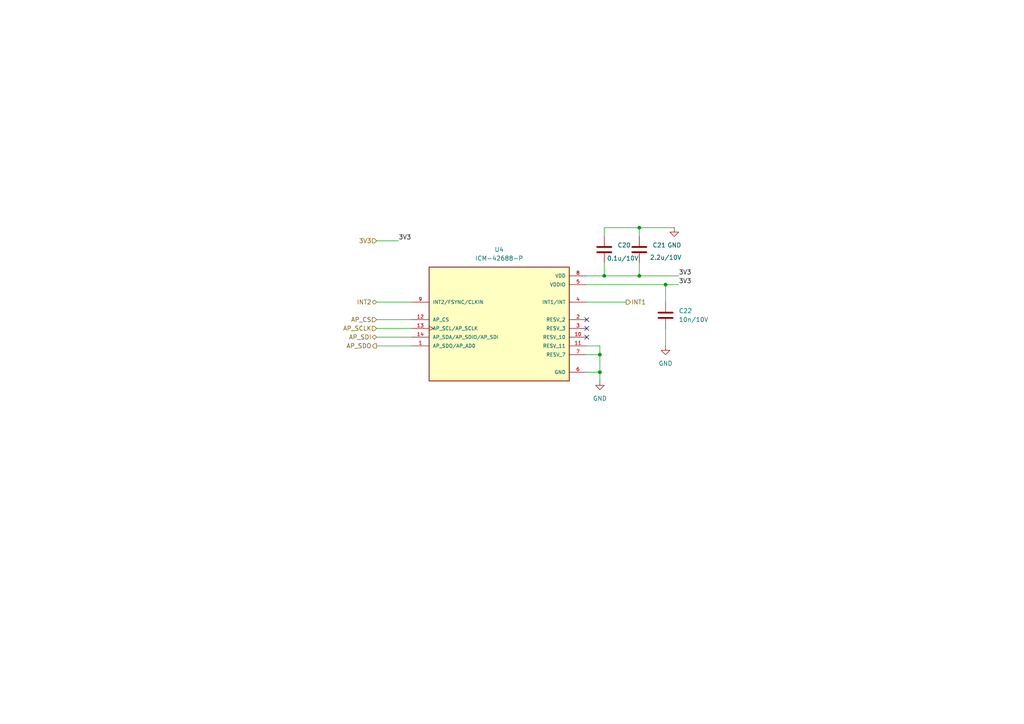
<source format=kicad_sch>
(kicad_sch (version 20250114) (generator "eeschema") (generator_version "9.0")
  (paper "A4")
  (lib_symbols
    (symbol "Customs:ICM-42688-P" (pin_names (offset 1.016))
      (property "Reference" "U" (at -20.32 16.002 0))
      (property "Value" "ICM-42688-P" (at -20.32 -20.32 0))
      (symbol "ICM-42688-P_0_0"
        (rectangle (start -20.32 -17.78) (end 20.32 15.24) (stroke (width 0.254)) (fill (type background)))
        (pin bidirectional line (at -25.4 5.08 0) (length 5.08) (name "INT2/FSYNC/CLKIN") (number "9"))
        (pin input line (at -25.4 0 0) (length 5.08) (name "AP_CS") (number "12"))
        (pin input clock (at -25.4 -2.54 0) (length 5.08) (name "AP_SCL/AP_SCLK") (number "13"))
        (pin bidirectional line (at -25.4 -5.08 0) (length 5.08) (name "AP_SDA/AP_SDIO/AP_SDI") (number "14"))
        (pin bidirectional line (at -25.4 -7.62 0) (length 5.08) (name "AP_SDO/AP_AD0") (number "1"))
        (pin power_in line (at 25.4 12.7 180) (length 5.08) (name "VDD") (number "8"))
        (pin power_in line (at 25.4 10.16 180) (length 5.08) (name "VDDIO") (number "5"))
        (pin output line (at 25.4 5.08 180) (length 5.08) (name "INT1/INT") (number "4"))
        (pin passive line (at 25.4 0 180) (length 5.08) (name "RESV_2") (number "2"))
        (pin passive line (at 25.4 -2.54 180) (length 5.08) (name "RESV_3") (number "3"))
        (pin passive line (at 25.4 -5.08 180) (length 5.08) (name "RESV_10") (number "10"))
        (pin passive line (at 25.4 -7.62 180) (length 5.08) (name "RESV_11") (number "11"))
        (pin passive line (at 25.4 -10.16 180) (length 5.08) (name "RESV_7") (number "7"))
        (pin power_in line (at 25.4 -15.24 180) (length 5.08) (name "GND") (number "6"))
      )
    )
    (symbol "Device:C" (pin_numbers (hide yes)) (pin_names (offset 0.254))
      (property "Reference" "C" (at 0.635 2.54 0))
      (property "Value" "C" (at 0.635 -2.54 0))
      (symbol "C_0_1"
        (polyline (pts (xy -2.032 0.762) (xy 2.032 0.762)) (stroke (width 0.508)))
        (polyline (pts (xy -2.032 -0.762) (xy 2.032 -0.762)) (stroke (width 0.508)))
      )
      (symbol "C_1_1"
        (pin passive line (at 0 3.81 270) (length 2.794) (name "~") (number "1"))
        (pin passive line (at 0 -3.81 90) (length 2.794) (name "~") (number "2"))
      )
    )
    (symbol "power:GND" (power) (pin_numbers (hide yes)) (pin_names (offset 0) (hide yes))
      (property "Value" "GND" (at 0 -3.81 0))
      (symbol "GND_0_1"
        (polyline (pts (xy 0 0) (xy 0 -1.27) (xy 1.27 -1.27) (xy 0 -2.54) (xy -1.27 -1.27) (xy 0 -1.27)))
      )
      (symbol "GND_1_1"
        (pin power_in line (at 0 0 270) (length 0) (name "~") (number "1"))
      )
    )
  )
  (junction (at 175.26 80.01))
  (junction (at 185.42 80.01))
  (junction (at 185.42 66.04))
  (junction (at 173.99 102.87))
  (junction (at 173.99 107.95))
  (junction (at 193.04 82.55))
  (no_connect (at 170.18 95.25))
  (no_connect (at 170.18 92.71))
  (no_connect (at 170.18 97.79))
  (wire (pts (xy 193.04 82.55) (xy 193.04 87.63)))
  (wire (pts (xy 175.26 80.01) (xy 185.42 80.01)))
  (wire (pts (xy 109.22 69.85) (xy 115.57 69.85)))
  (wire (pts (xy 175.26 66.04) (xy 185.42 66.04)))
  (wire (pts (xy 175.26 68.58) (xy 175.26 66.04)))
  (wire (pts (xy 170.18 102.87) (xy 173.99 102.87)))
  (wire (pts (xy 109.22 87.63) (xy 119.38 87.63)))
  (wire (pts (xy 109.22 100.33) (xy 119.38 100.33)))
  (wire (pts (xy 170.18 80.01) (xy 175.26 80.01)))
  (wire (pts (xy 173.99 102.87) (xy 173.99 107.95)))
  (wire (pts (xy 170.18 87.63) (xy 181.61 87.63)))
  (wire (pts (xy 193.04 82.55) (xy 196.85 82.55)))
  (wire (pts (xy 175.26 76.2) (xy 175.26 80.01)))
  (wire (pts (xy 109.22 92.71) (xy 119.38 92.71)))
  (wire (pts (xy 185.42 80.01) (xy 196.85 80.01)))
  (wire (pts (xy 173.99 107.95) (xy 170.18 107.95)))
  (wire (pts (xy 170.18 82.55) (xy 193.04 82.55)))
  (wire (pts (xy 185.42 66.04) (xy 195.58 66.04)))
  (wire (pts (xy 185.42 66.04) (xy 185.42 68.58)))
  (wire (pts (xy 109.22 95.25) (xy 119.38 95.25)))
  (wire (pts (xy 109.22 97.79) (xy 119.38 97.79)))
  (wire (pts (xy 173.99 107.95) (xy 173.99 110.49)))
  (wire (pts (xy 185.42 76.2) (xy 185.42 80.01)))
  (wire (pts (xy 193.04 95.25) (xy 193.04 100.33)))
  (wire (pts (xy 173.99 100.33) (xy 173.99 102.87)))
  (wire (pts (xy 170.18 100.33) (xy 173.99 100.33)))
  (label "3V3" (at 196.85 82.55 0))
  (label "3V3" (at 115.57 69.85 0))
  (label "3V3" (at 196.85 80.01 0))
  (hierarchical_label "3V3" (shape input) (at 109.22 69.85 180))
  (hierarchical_label "AP_SDO" (shape output) (at 109.22 100.33 180))
  (hierarchical_label "AP_CS" (shape input) (at 109.22 92.71 180))
  (hierarchical_label "AP_SDI" (shape bidirectional) (at 109.22 97.79 180))
  (hierarchical_label "AP_SCLK" (shape input) (at 109.22 95.25 180))
  (hierarchical_label "INT2" (shape bidirectional) (at 109.22 87.63 180))
  (hierarchical_label "INT1" (shape output) (at 181.61 87.63 0))
  (symbol (lib_id "power:GND") (at 193.04 100.33 0) (unit 1)
    (property "Reference" "#PWR037" (effects (hide yes)))
    (property "Value" "GND" (at 193.04 105.41 0))
    (property "Description" "Power symbol creates a global label with name \"GND\" , ground" (effects (hide yes)))
  )
  (symbol (lib_id "Customs:ICM-42688-P") (at 144.78 92.71 0) (unit 1)
    (property "Reference" "U4" (at 144.78 72.39 0))
    (property "Value" "ICM-42688-P" (at 144.78 74.93 0))
    (property "Footprint" "Customs:PQFN50P300X250X97-14N" (effects (hide yes)))
    (property "PARTREV" "1.2" (effects (hide yes)))
    (property "STANDARD" "IPC-7351B" (effects (hide yes)))
    (property "MAXIMUM_PACKAGE_HEIGHT" "0.97mm" (effects (hide yes)))
    (property "MANUFACTURER" "TDK InvenSense" (effects (hide yes)))
  )
  (symbol (lib_id "Device:C") (at 175.26 72.39 0) (unit 1)
    (property "Reference" "C20" (at 179.07 71.1199 0) (effects (justify left)))
    (property "Value" "0.1u/10V" (at 176.022 74.93 0) (effects (justify left)))
    (property "Footprint" "Capacitor_SMD:C_0201_0603Metric" (effects (hide yes)))
    (property "Description" "Unpolarized capacitor" (effects (hide yes)))
  )
  (symbol (lib_id "power:GND") (at 173.99 110.49 0) (unit 1)
    (property "Reference" "#PWR038" (effects (hide yes)))
    (property "Value" "GND" (at 173.99 115.57 0))
    (property "Description" "Power symbol creates a global label with name \"GND\" , ground" (effects (hide yes)))
  )
  (symbol (lib_id "Device:C") (at 185.42 72.39 0) (unit 1)
    (property "Reference" "C21" (at 189.23 71.1199 0) (effects (justify left)))
    (property "Value" "2.2u/10V" (at 188.468 74.676 0) (effects (justify left)))
    (property "Footprint" "Capacitor_SMD:C_0402_1005Metric" (effects (hide yes)))
    (property "Description" "Unpolarized capacitor" (effects (hide yes)))
  )
  (symbol (lib_id "Device:C") (at 193.04 91.44 0) (unit 1)
    (property "Reference" "C22" (at 196.85 90.1699 0) (effects (justify left)))
    (property "Value" "10n/10V" (at 196.85 92.7099 0) (effects (justify left)))
    (property "Footprint" "Capacitor_SMD:C_0805_2012Metric" (effects (hide yes)))
    (property "Description" "Unpolarized capacitor" (effects (hide yes)))
  )
  (symbol (lib_id "power:GND") (at 195.58 66.04 0) (unit 1)
    (property "Reference" "#PWR039" (effects (hide yes)))
    (property "Value" "GND" (at 195.58 71.12 0))
    (property "Description" "Power symbol creates a global label with name \"GND\" , ground" (effects (hide yes)))
  )
)
</source>
